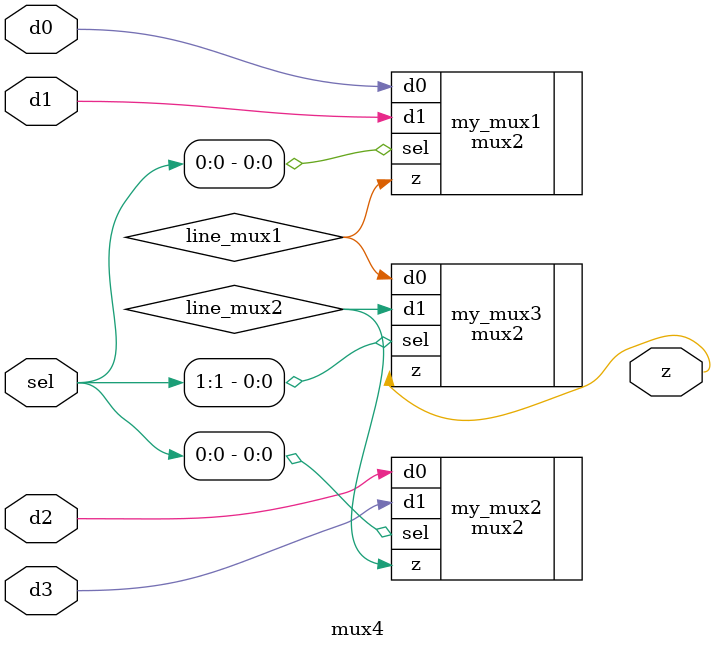
<source format=sv>
module mux4 (
    input logic d0,          // Data input 0
    input logic d1,          // Data input 1
    input logic d2,          // Data input 2
    input logic d3,          // Data input 3
    input logic [1:0] sel,   // Select input
    output logic z           // Output
);

// Put your code here
// ------------------
logic line_mux1, line_mux2;
mux2 my_mux1 (
    .d0(d0),
    .d1(d1),
    .sel(sel[0]),
    .z(line_mux1)
);

mux2 my_mux2 (
    .d0(d2),
    .d1(d3),
    .sel(sel[0]),
    .z(line_mux2)
);

mux2 my_mux3 (
    .d0(line_mux1),
    .d1(line_mux2),
    .sel(sel[1]),
    .z(z)
);

// End of your code

endmodule

</source>
